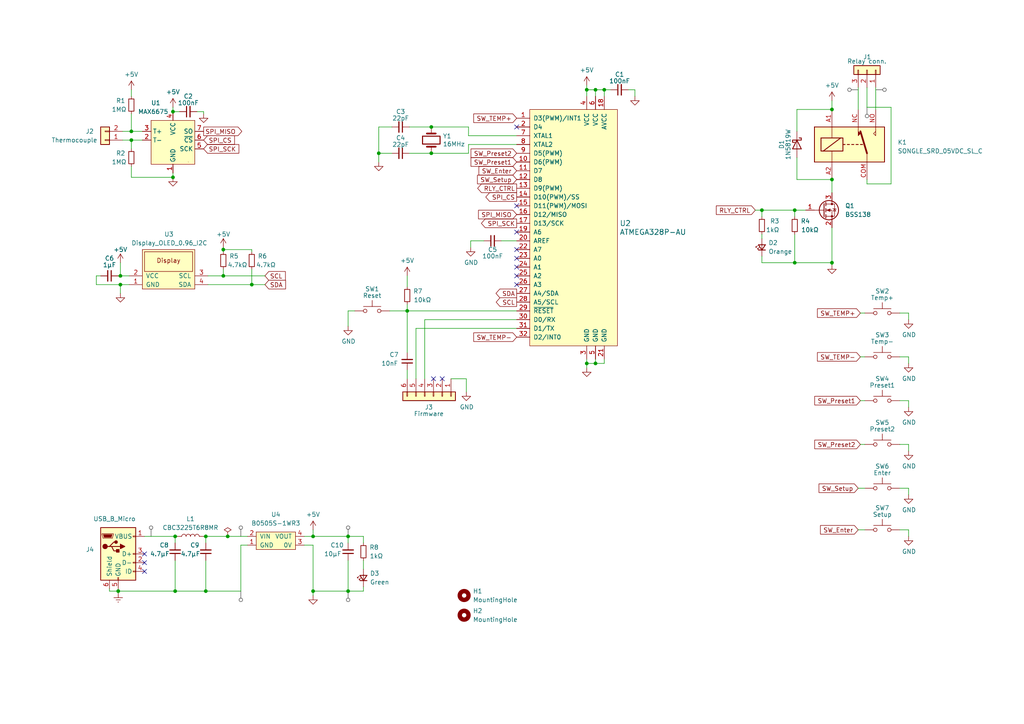
<source format=kicad_sch>
(kicad_sch (version 20230121) (generator eeschema)
  (paper "A4")
  (lib_symbols
    (symbol "Connector:USB_B_Micro" (pin_names (offset 1.016))
      (property "Reference" "J" (at -5.08 11.43 0))
      (property "Value" "USB_B_Micro" (at -5.08 8.89 0))
      (symbol "USB_B_Micro_0_1"
        (rectangle (start -5.08 -7.62) (end 5.08 7.62) (stroke (width 0.254)) (fill (type background)))
        (circle (center -3.81 2.159) (radius 0.635) (stroke (width 0.254)) (fill (type outline)))
        (circle (center -0.635 3.429) (radius 0.381) (stroke (width 0.254)) (fill (type outline)))
        (rectangle (start -0.127 -7.62) (end 0.127 -6.858))
        (polyline (pts (xy -1.905 2.159) (xy 0.635 2.159)) (stroke (width 0.254)))
        (polyline (pts (xy -3.175 2.159) (xy -2.54 2.159) (xy -1.27 3.429) (xy -0.635 3.429)) (stroke (width 0.254)))
        (polyline (pts (xy -2.54 2.159) (xy -1.905 2.159) (xy -1.27 0.889) (xy 0 0.889)) (stroke (width 0.254)))
        (polyline (pts (xy 0.635 2.794) (xy 0.635 1.524) (xy 1.905 2.159) (xy 0.635 2.794)) (stroke (width 0.254)) (fill (type outline)))
        (polyline (pts (xy -4.318 5.588) (xy -1.778 5.588) (xy -2.032 4.826) (xy -4.064 4.826) (xy -4.318 5.588)) (fill (type outline)))
        (polyline (pts (xy -4.699 5.842) (xy -4.699 5.588) (xy -4.445 4.826) (xy -4.445 4.572) (xy -1.651 4.572) (xy -1.651 4.826) (xy -1.397 5.588) (xy -1.397 5.842) (xy -4.699 5.842)))
        (rectangle (start 0.254 1.27) (end -0.508 0.508) (stroke (width 0.254)) (fill (type outline)))
        (rectangle (start 5.08 -5.207) (end 4.318 -4.953))
        (rectangle (start 5.08 -2.667) (end 4.318 -2.413))
        (rectangle (start 5.08 -0.127) (end 4.318 0.127))
        (rectangle (start 5.08 4.953) (end 4.318 5.207))
      )
      (symbol "USB_B_Micro_1_1"
        (pin power_out line (at 7.62 5.08 180) (length 2.54) (name "VBUS") (number "1"))
        (pin bidirectional line (at 7.62 -2.54 180) (length 2.54) (name "D-") (number "2"))
        (pin bidirectional line (at 7.62 0 180) (length 2.54) (name "D+") (number "3"))
        (pin passive line (at 7.62 -5.08 180) (length 2.54) (name "ID") (number "4"))
        (pin power_out line (at 0 -10.16 90) (length 2.54) (name "GND") (number "5"))
        (pin passive line (at -2.54 -10.16 90) (length 2.54) (name "Shield") (number "6"))
      )
    )
    (symbol "Connector_Generic:Conn_01x02" (pin_names (offset 1.016) hide)
      (property "Reference" "J" (at 0 2.54 0))
      (property "Value" "Conn_01x02" (at 0 -5.08 0))
      (symbol "Conn_01x02_1_1"
        (rectangle (start -1.27 -2.413) (end 0 -2.667) (stroke (width 0.1524)))
        (rectangle (start -1.27 0.127) (end 0 -0.127) (stroke (width 0.1524)))
        (rectangle (start -1.27 1.27) (end 1.27 -3.81) (stroke (width 0.254)) (fill (type background)))
        (pin passive line (at -5.08 0 0) (length 3.81) (name "Pin_1") (number "1"))
        (pin passive line (at -5.08 -2.54 0) (length 3.81) (name "Pin_2") (number "2"))
      )
    )
    (symbol "Connector_Generic:Conn_01x03" (pin_names (offset 1.016) hide)
      (property "Reference" "J" (at 0 5.08 0))
      (property "Value" "Conn_01x03" (at 0 -5.08 0))
      (symbol "Conn_01x03_1_1"
        (rectangle (start -1.27 -2.413) (end 0 -2.667) (stroke (width 0.1524)))
        (rectangle (start -1.27 0.127) (end 0 -0.127) (stroke (width 0.1524)))
        (rectangle (start -1.27 2.667) (end 0 2.413) (stroke (width 0.1524)))
        (rectangle (start -1.27 3.81) (end 1.27 -3.81) (stroke (width 0.254)) (fill (type background)))
        (pin passive line (at -5.08 2.54 0) (length 3.81) (name "Pin_1") (number "1"))
        (pin passive line (at -5.08 0 0) (length 3.81) (name "Pin_2") (number "2"))
        (pin passive line (at -5.08 -2.54 0) (length 3.81) (name "Pin_3") (number "3"))
      )
    )
    (symbol "Connector_Generic:Conn_01x06" (pin_names (offset 1.016) hide)
      (property "Reference" "J" (at 0 7.62 0))
      (property "Value" "Conn_01x06" (at 0 -10.16 0))
      (symbol "Conn_01x06_1_1"
        (rectangle (start -1.27 -7.493) (end 0 -7.747) (stroke (width 0.1524)))
        (rectangle (start -1.27 -4.953) (end 0 -5.207) (stroke (width 0.1524)))
        (rectangle (start -1.27 -2.413) (end 0 -2.667) (stroke (width 0.1524)))
        (rectangle (start -1.27 0.127) (end 0 -0.127) (stroke (width 0.1524)))
        (rectangle (start -1.27 2.667) (end 0 2.413) (stroke (width 0.1524)))
        (rectangle (start -1.27 5.207) (end 0 4.953) (stroke (width 0.1524)))
        (rectangle (start -1.27 6.35) (end 1.27 -8.89) (stroke (width 0.254)) (fill (type background)))
        (pin passive line (at -5.08 5.08 0) (length 3.81) (name "Pin_1") (number "1"))
        (pin passive line (at -5.08 2.54 0) (length 3.81) (name "Pin_2") (number "2"))
        (pin passive line (at -5.08 0 0) (length 3.81) (name "Pin_3") (number "3"))
        (pin passive line (at -5.08 -2.54 0) (length 3.81) (name "Pin_4") (number "4"))
        (pin passive line (at -5.08 -5.08 0) (length 3.81) (name "Pin_5") (number "5"))
        (pin passive line (at -5.08 -7.62 0) (length 3.81) (name "Pin_6") (number "6"))
      )
    )
    (symbol "Device:C_Small" (pin_numbers hide) (pin_names (offset 0.254) hide)
      (property "Reference" "C" (at 0.254 1.778 0))
      (property "Value" "C_Small" (at 0.254 -2.032 0))
      (symbol "C_Small_0_1"
        (polyline (pts (xy -1.524 -0.508) (xy 1.524 -0.508)) (stroke (width 0.3302)))
        (polyline (pts (xy -1.524 0.508) (xy 1.524 0.508)) (stroke (width 0.3048)))
      )
      (symbol "C_Small_1_1"
        (pin passive line (at 0 2.54 270) (length 2.032) (name "~") (number "1"))
        (pin passive line (at 0 -2.54 90) (length 2.032) (name "~") (number "2"))
      )
    )
    (symbol "Device:Crystal" (pin_numbers hide) (pin_names (offset 1.016) hide)
      (property "Reference" "Y" (at 0 3.81 0))
      (property "Value" "Crystal" (at 0 -3.81 0))
      (symbol "Crystal_0_1"
        (rectangle (start -1.143 2.54) (end 1.143 -2.54) (stroke (width 0.3048)))
        (polyline (pts (xy -2.54 0) (xy -1.905 0)))
        (polyline (pts (xy -1.905 -1.27) (xy -1.905 1.27)) (stroke (width 0.508)))
        (polyline (pts (xy 1.905 -1.27) (xy 1.905 1.27)) (stroke (width 0.508)))
        (polyline (pts (xy 2.54 0) (xy 1.905 0)))
      )
      (symbol "Crystal_1_1"
        (pin passive line (at -3.81 0 0) (length 1.27) (name "1") (number "1"))
        (pin passive line (at 3.81 0 180) (length 1.27) (name "2") (number "2"))
      )
    )
    (symbol "Device:D_Schottky" (pin_numbers hide) (pin_names (offset 1.016) hide)
      (property "Reference" "D" (at 0 2.54 0))
      (property "Value" "D_Schottky" (at 0 -2.54 0))
      (symbol "D_Schottky_0_1"
        (polyline (pts (xy 1.27 0) (xy -1.27 0)))
        (polyline (pts (xy 1.27 1.27) (xy 1.27 -1.27) (xy -1.27 0) (xy 1.27 1.27)) (stroke (width 0.254)))
        (polyline (pts (xy -1.905 0.635) (xy -1.905 1.27) (xy -1.27 1.27) (xy -1.27 -1.27) (xy -0.635 -1.27) (xy -0.635 -0.635)) (stroke (width 0.254)))
      )
      (symbol "D_Schottky_1_1"
        (pin passive line (at -3.81 0 0) (length 2.54) (name "K") (number "1"))
        (pin passive line (at 3.81 0 180) (length 2.54) (name "A") (number "2"))
      )
    )
    (symbol "Device:L" (pin_numbers hide) (pin_names (offset 1.016) hide)
      (property "Reference" "L" (at -1.27 0 90))
      (property "Value" "L" (at 1.905 0 90))
      (symbol "L_0_1"
        (arc (start 0 -2.54) (mid 0.6323 -1.905) (end 0 -1.27))
        (arc (start 0 -1.27) (mid 0.6323 -0.635) (end 0 0))
        (arc (start 0 0) (mid 0.6323 0.635) (end 0 1.27))
        (arc (start 0 1.27) (mid 0.6323 1.905) (end 0 2.54))
      )
      (symbol "L_1_1"
        (pin passive line (at 0 3.81 270) (length 1.27) (name "1") (number "1"))
        (pin passive line (at 0 -3.81 90) (length 1.27) (name "2") (number "2"))
      )
    )
    (symbol "Device:LED_Small" (pin_numbers hide) (pin_names (offset 0.254) hide)
      (property "Reference" "D" (at -1.27 3.175 0))
      (property "Value" "LED_Small" (at -4.445 -2.54 0))
      (symbol "LED_Small_0_1"
        (polyline (pts (xy -0.762 -1.016) (xy -0.762 1.016)) (stroke (width 0.254)))
        (polyline (pts (xy 1.016 0) (xy -0.762 0)))
        (polyline (pts (xy 0.762 -1.016) (xy -0.762 0) (xy 0.762 1.016) (xy 0.762 -1.016)) (stroke (width 0.254)))
        (polyline (pts (xy 0 0.762) (xy -0.508 1.27) (xy -0.254 1.27) (xy -0.508 1.27) (xy -0.508 1.016)))
        (polyline (pts (xy 0.508 1.27) (xy 0 1.778) (xy 0.254 1.778) (xy 0 1.778) (xy 0 1.524)))
      )
      (symbol "LED_Small_1_1"
        (pin passive line (at -2.54 0 0) (length 1.778) (name "K") (number "1"))
        (pin passive line (at 2.54 0 180) (length 1.778) (name "A") (number "2"))
      )
    )
    (symbol "Device:R_Small" (pin_numbers hide) (pin_names (offset 0.254) hide)
      (property "Reference" "R" (at 0.762 0.508 0))
      (property "Value" "R_Small" (at 0.762 -1.016 0))
      (symbol "R_Small_0_1"
        (rectangle (start -0.762 1.778) (end 0.762 -1.778) (stroke (width 0.2032)))
      )
      (symbol "R_Small_1_1"
        (pin passive line (at 0 2.54 270) (length 0.762) (name "~") (number "1"))
        (pin passive line (at 0 -2.54 90) (length 0.762) (name "~") (number "2"))
      )
    )
    (symbol "Mechanical:MountingHole" (pin_names (offset 1.016))
      (property "Reference" "H" (at 0 5.08 0))
      (property "Value" "MountingHole" (at 0 3.175 0))
      (symbol "MountingHole_0_1"
        (circle (center 0 0) (radius 1.27) (stroke (width 1.27)))
      )
    )
    (symbol "Retronics_Displays:Display_OLED_0.96_I2C" (pin_names (offset 1.016))
      (property "Reference" "U" (at -1.27 -6.35 0))
      (property "Value" "Display_OLED_0.96_I2C" (at 1.27 -3.81 0))
      (symbol "Display_OLED_0.96_I2C_0_0"
        (text "Display" (at -1.27 15.875 0) (effects (font (size 1.27 1.27))))
      )
      (symbol "Display_OLED_0.96_I2C_0_1"
        (rectangle (start -8.89 19.05) (end 6.35 7.62) (fill (type background)))
        (rectangle (start -8.255 18.415) (end 5.715 12.7))
      )
      (symbol "Display_OLED_0.96_I2C_1_1"
        (pin power_in line (at -12.7 8.89 0) (length 3.81) (name "GND") (number "1"))
        (pin power_in line (at -12.7 11.43 0) (length 3.81) (name "VCC") (number "2"))
        (pin input line (at 10.16 11.43 180) (length 3.81) (name "SCL") (number "3"))
        (pin input line (at 10.16 8.89 180) (length 3.81) (name "SDA") (number "4"))
      )
    )
    (symbol "Retronics_IC_Power:B0505S-1WR3" (pin_names (offset 1.016))
      (property "Reference" "U" (at 0 5.08 0))
      (property "Value" "B0505S-1WR3" (at 0 2.54 0))
      (symbol "B0505S-1WR3_0_1"
        (rectangle (start 2.54 -1.27) (end 13.97 -6.35) (fill (type background)))
      )
      (symbol "B0505S-1WR3_1_1"
        (pin power_in line (at 0 -5.08 0) (length 2.54) (name "GND") (number "1"))
        (pin power_in line (at 0 -2.54 0) (length 2.54) (name "VIN") (number "2"))
        (pin power_out line (at 16.51 -5.08 180) (length 2.54) (name "0V") (number "3"))
        (pin power_out line (at 16.51 -2.54 180) (length 2.54) (name "VOUT") (number "4"))
      )
    )
    (symbol "Retronics_IC_Sensors_Interfaces:MAX6675"
      (property "Reference" "U" (at 10.16 4.445 0))
      (property "Value" "MAX6675" (at 12.7 2.54 0))
      (symbol "MAX6675_0_1"
        (rectangle (start 10.16 -12.065) (end 10.16 -12.065))
      )
      (symbol "MAX6675_1_1"
        (rectangle (start -0.635 0) (end 12.065 -12.7) (fill (type background)))
        (pin power_in line (at 5.715 -15.24 90) (length 2.54) (name "GND") (number "1"))
        (pin input line (at -3.175 -5.715 0) (length 2.54) (name "T-") (number "2"))
        (pin input line (at -3.175 -3.175 0) (length 2.54) (name "T+") (number "3"))
        (pin power_in line (at 5.715 2.54 270) (length 2.54) (name "VCC") (number "4"))
        (pin input line (at 14.605 -8.255 180) (length 2.54) (name "SCK") (number "5"))
        (pin input line (at 14.605 -5.715 180) (length 2.54) (name "~{CS}") (number "6"))
        (pin output line (at 14.605 -3.175 180) (length 2.54) (name "SO") (number "7"))
        (pin no_connect line (at 14.605 -10.795 180) (length 2.54) hide (name "N.C.") (number "8"))
      )
    )
    (symbol "Retronics_Microcontrollers:ATMEGA328P-AU" (pin_names (offset 1.016))
      (property "Reference" "U" (at -8.89 38.1 0))
      (property "Value" "ATMEGA328P-AU" (at 13.97 1.27 90))
      (symbol "ATMEGA328P-AU_0_1"
        (rectangle (start 16.51 35.56) (end -8.89 -33.02) (fill (type background)))
      )
      (symbol "ATMEGA328P-AU_1_1"
        (pin bidirectional line (at -12.7 33.02 0) (length 3.81) (name "D3(PWM)/INT1") (number "1"))
        (pin bidirectional line (at -12.7 20.32 0) (length 3.81) (name "D6(PWM)") (number "10"))
        (pin bidirectional line (at -12.7 17.78 0) (length 3.81) (name "D7") (number "11"))
        (pin bidirectional line (at -12.7 15.24 0) (length 3.81) (name "D8") (number "12"))
        (pin bidirectional line (at -12.7 12.7 0) (length 3.81) (name "D9(PWM)") (number "13"))
        (pin bidirectional line (at -12.7 10.16 0) (length 3.81) (name "D10(PWM)/SS") (number "14"))
        (pin bidirectional line (at -12.7 7.62 0) (length 3.81) (name "D11(PWM)/MOSI") (number "15"))
        (pin bidirectional line (at -12.7 5.08 0) (length 3.81) (name "D12/MISO") (number "16"))
        (pin bidirectional line (at -12.7 2.54 0) (length 3.81) (name "D13/SCK") (number "17"))
        (pin power_in line (at 12.7 39.37 270) (length 3.81) (name "AVCC") (number "18"))
        (pin input line (at -12.7 0 0) (length 3.81) (name "A6") (number "19"))
        (pin bidirectional line (at -12.7 30.48 0) (length 3.81) (name "D4") (number "2"))
        (pin input line (at -12.7 -2.54 0) (length 3.81) (name "AREF") (number "20"))
        (pin power_in line (at 12.7 -36.83 90) (length 3.81) (name "GND") (number "21"))
        (pin input line (at -12.7 -5.08 0) (length 3.81) (name "A7") (number "22"))
        (pin bidirectional line (at -12.7 -7.62 0) (length 3.81) (name "A0") (number "23"))
        (pin bidirectional line (at -12.7 -10.16 0) (length 3.81) (name "A1") (number "24"))
        (pin bidirectional line (at -12.7 -12.7 0) (length 3.81) (name "A2") (number "25"))
        (pin bidirectional line (at -12.7 -15.24 0) (length 3.81) (name "A3") (number "26"))
        (pin bidirectional line (at -12.7 -17.78 0) (length 3.81) (name "A4/SDA") (number "27"))
        (pin bidirectional line (at -12.7 -20.32 0) (length 3.81) (name "A5/SCL") (number "28"))
        (pin bidirectional line (at -12.7 -22.86 0) (length 3.81) (name "~{RESET}") (number "29"))
        (pin power_in line (at 7.62 -36.83 90) (length 3.81) (name "GND") (number "3"))
        (pin bidirectional line (at -12.7 -25.4 0) (length 3.81) (name "D0/RX") (number "30"))
        (pin bidirectional line (at -12.7 -27.94 0) (length 3.81) (name "D1/TX") (number "31"))
        (pin bidirectional line (at -12.7 -30.48 0) (length 3.81) (name "D2/INT0") (number "32"))
        (pin power_in line (at 7.62 39.37 270) (length 3.81) (name "VCC") (number "4"))
        (pin power_in line (at 10.16 -36.83 90) (length 3.81) (name "GND") (number "5"))
        (pin power_in line (at 10.16 39.37 270) (length 3.81) (name "VCC") (number "6"))
        (pin bidirectional line (at -12.7 27.94 0) (length 3.81) (name "XTAL1") (number "7"))
        (pin bidirectional line (at -12.7 25.4 0) (length 3.81) (name "XTAL2") (number "8"))
        (pin bidirectional line (at -12.7 22.86 0) (length 3.81) (name "D5(PWM)") (number "9"))
      )
    )
    (symbol "Retronics_Relays:SONGLE_SRD_05VDC_SL_C"
      (property "Reference" "K" (at 11.43 3.81 0))
      (property "Value" "SONGLE_SRD_05VDC_SL_C" (at 11.43 1.27 0))
      (symbol "SONGLE_SRD_05VDC_SL_C_0_0"
        (polyline (pts (xy 7.62 5.08) (xy 7.62 2.54) (xy 6.985 3.175) (xy 7.62 3.81)))
      )
      (symbol "SONGLE_SRD_05VDC_SL_C_0_1"
        (rectangle (start -10.16 5.08) (end 10.16 -5.08) (stroke (width 0.254)) (fill (type background)))
        (rectangle (start -8.255 1.905) (end -1.905 -1.905) (stroke (width 0.254)))
        (polyline (pts (xy -7.62 -1.905) (xy -2.54 1.905)) (stroke (width 0.254)))
        (polyline (pts (xy -5.08 -5.08) (xy -5.08 -1.905)))
        (polyline (pts (xy -5.08 5.08) (xy -5.08 1.905)))
        (polyline (pts (xy -1.905 0) (xy -1.27 0)) (stroke (width 0.254)))
        (polyline (pts (xy -0.635 0) (xy 0 0)) (stroke (width 0.254)))
        (polyline (pts (xy 0.635 0) (xy 1.27 0)) (stroke (width 0.254)))
        (polyline (pts (xy 1.905 0) (xy 2.54 0)) (stroke (width 0.254)))
        (polyline (pts (xy 3.175 0) (xy 3.81 0)) (stroke (width 0.254)))
        (polyline (pts (xy 5.08 -2.54) (xy 3.175 3.81)) (stroke (width 0.508)))
        (polyline (pts (xy 5.08 -2.54) (xy 5.08 -5.08)))
      )
      (symbol "SONGLE_SRD_05VDC_SL_C_1_1"
        (polyline (pts (xy 2.54 3.81) (xy 3.175 3.175) (xy 2.54 2.54) (xy 2.54 5.08)) (fill (type outline)))
        (pin passive line (at -5.08 10.16 270) (length 5.08) (name "~") (number "A1"))
        (pin passive line (at -5.08 -10.16 90) (length 5.08) (name "~") (number "A2"))
        (pin passive line (at 5.08 -10.16 90) (length 5.08) (name "~") (number "COM"))
        (pin passive line (at 2.54 10.16 270) (length 5.08) (name "~") (number "NC"))
        (pin passive line (at 7.62 10.16 270) (length 5.08) (name "~") (number "NO"))
      )
    )
    (symbol "Switch:SW_Push" (pin_numbers hide) (pin_names (offset 1.016) hide)
      (property "Reference" "SW" (at 1.27 2.54 0))
      (property "Value" "SW_Push" (at 0 -1.524 0))
      (symbol "SW_Push_0_1"
        (circle (center -2.032 0) (radius 0.508))
        (polyline (pts (xy 0 1.27) (xy 0 3.048)))
        (polyline (pts (xy 2.54 1.27) (xy -2.54 1.27)))
        (circle (center 2.032 0) (radius 0.508))
        (pin passive line (at -5.08 0 0) (length 2.54) (name "1") (number "1"))
        (pin passive line (at 5.08 0 180) (length 2.54) (name "2") (number "2"))
      )
    )
    (symbol "Transistor_FET:BSS138" (pin_names hide)
      (property "Reference" "Q" (at 5.08 1.905 0))
      (property "Value" "BSS138" (at 5.08 0 0))
      (symbol "BSS138_0_1"
        (polyline (pts (xy 0.254 0) (xy -2.54 0)))
        (polyline (pts (xy 0.254 1.905) (xy 0.254 -1.905)) (stroke (width 0.254)))
        (polyline (pts (xy 0.762 -1.27) (xy 0.762 -2.286)) (stroke (width 0.254)))
        (polyline (pts (xy 0.762 0.508) (xy 0.762 -0.508)) (stroke (width 0.254)))
        (polyline (pts (xy 0.762 2.286) (xy 0.762 1.27)) (stroke (width 0.254)))
        (polyline (pts (xy 2.54 2.54) (xy 2.54 1.778)))
        (polyline (pts (xy 2.54 -2.54) (xy 2.54 0) (xy 0.762 0)))
        (polyline (pts (xy 0.762 -1.778) (xy 3.302 -1.778) (xy 3.302 1.778) (xy 0.762 1.778)))
        (polyline (pts (xy 1.016 0) (xy 2.032 0.381) (xy 2.032 -0.381) (xy 1.016 0)) (fill (type outline)))
        (polyline (pts (xy 2.794 0.508) (xy 2.921 0.381) (xy 3.683 0.381) (xy 3.81 0.254)))
        (polyline (pts (xy 3.302 0.381) (xy 2.921 -0.254) (xy 3.683 -0.254) (xy 3.302 0.381)))
        (circle (center 1.651 0) (radius 2.794) (stroke (width 0.254)))
        (circle (center 2.54 -1.778) (radius 0.254) (fill (type outline)))
        (circle (center 2.54 1.778) (radius 0.254) (fill (type outline)))
      )
      (symbol "BSS138_1_1"
        (pin input line (at -5.08 0 0) (length 2.54) (name "G") (number "1"))
        (pin passive line (at 2.54 -5.08 90) (length 2.54) (name "S") (number "2"))
        (pin passive line (at 2.54 5.08 270) (length 2.54) (name "D") (number "3"))
      )
    )
    (symbol "power:+5V" (power) (pin_names (offset 0))
      (property "Value" "+5V" (at 0 3.556 0))
      (symbol "+5V_0_1"
        (polyline (pts (xy -0.762 1.27) (xy 0 2.54)))
        (polyline (pts (xy 0 0) (xy 0 2.54)))
        (polyline (pts (xy 0 2.54) (xy 0.762 1.27)))
      )
      (symbol "+5V_1_1"
        (pin power_in line (at 0 0 90) (length 0) hide (name "+5V") (number "1"))
      )
    )
    (symbol "power:Earth" (power) (pin_names (offset 0))
      (symbol "Earth_0_1"
        (polyline (pts (xy -0.635 -1.905) (xy 0.635 -1.905)))
        (polyline (pts (xy -0.127 -2.54) (xy 0.127 -2.54)))
        (polyline (pts (xy 0 -1.27) (xy 0 0)))
        (polyline (pts (xy 1.27 -1.27) (xy -1.27 -1.27)))
      )
      (symbol "Earth_1_1"
        (pin power_in line (at 0 0 270) (length 0) hide (name "Earth") (number "1"))
      )
    )
    (symbol "power:GND" (power) (pin_names (offset 0))
      (property "Value" "GND" (at 0 -3.81 0))
      (symbol "GND_0_1"
        (polyline (pts (xy 0 0) (xy 0 -1.27) (xy 1.27 -1.27) (xy 0 -2.54) (xy -1.27 -1.27) (xy 0 -1.27)))
      )
      (symbol "GND_1_1"
        (pin power_in line (at 0 0 270) (length 0) hide (name "GND") (number "1"))
      )
    )
    (symbol "power:PWR_FLAG" (power) (pin_numbers hide) (pin_names (offset 0) hide)
      (property "Value" "PWR_FLAG" (at 0 3.81 0))
      (symbol "PWR_FLAG_0_0"
        (pin power_out line (at 0 0 90) (length 0) (name "pwr") (number "1"))
      )
      (symbol "PWR_FLAG_0_1"
        (polyline (pts (xy 0 0) (xy 0 1.27) (xy -1.016 1.905) (xy 0 2.54) (xy 1.016 1.905) (xy 0 1.27)))
      )
    )
  )
  (junction (at 38.1 38.1))
  (junction (at 50.8 155.575))
  (junction (at 64.77 80.01))
  (junction (at 59.69 155.575))
  (junction (at 66.04 155.575))
  (junction (at 50.165 32.385))
  (junction (at 34.925 80.01))
  (junction (at 90.805 171.45))
  (junction (at 241.3 52.07))
  (junction (at 34.29 171.45))
  (junction (at 125.095 36.83))
  (junction (at 125.095 44.45))
  (junction (at 100.965 155.575))
  (junction (at 170.18 26.035))
  (junction (at 118.11 90.17))
  (junction (at 230.505 76.2))
  (junction (at 59.69 171.45))
  (junction (at 73.025 82.55))
  (junction (at 64.77 72.39))
  (junction (at 90.805 155.575))
  (junction (at 175.26 26.035))
  (junction (at 109.855 44.45))
  (junction (at 100.965 171.45))
  (junction (at 172.72 105.41))
  (junction (at 50.165 51.435))
  (junction (at 50.8 171.45))
  (junction (at 220.98 60.96))
  (junction (at 241.3 31.75))
  (junction (at 230.505 60.96))
  (junction (at 38.1 40.64))
  (junction (at 34.925 82.55))
  (junction (at 241.3 76.2))
  (junction (at 172.72 26.035))
  (junction (at 170.18 105.41))
  (no_connect (at 149.86 77.47))
  (no_connect (at 128.27 109.855))
  (no_connect (at 149.86 36.83))
  (no_connect (at 149.86 59.69))
  (no_connect (at 149.86 80.01))
  (no_connect (at 41.91 160.655))
  (no_connect (at 149.86 72.39))
  (no_connect (at 149.86 74.93))
  (no_connect (at 41.91 165.735))
  (no_connect (at 149.86 67.31))
  (no_connect (at 41.91 163.195))
  (no_connect (at 149.86 82.55))
  (no_connect (at 125.73 109.855))
  (wire (pts (xy 38.1 51.435) (xy 50.165 51.435)))
  (wire (pts (xy 263.525 103.505) (xy 260.985 103.505)))
  (wire (pts (xy 248.92 153.67) (xy 250.825 153.67)))
  (wire (pts (xy 109.855 36.83) (xy 113.665 36.83)))
  (wire (pts (xy 90.805 171.45) (xy 100.965 171.45)))
  (wire (pts (xy 90.805 155.575) (xy 100.965 155.575)))
  (wire (pts (xy 120.65 109.855) (xy 120.65 95.25)))
  (wire (pts (xy 170.18 105.41) (xy 170.18 106.68)))
  (wire (pts (xy 60.325 82.55) (xy 73.025 82.55)))
  (wire (pts (xy 113.665 44.45) (xy 109.855 44.45)))
  (wire (pts (xy 100.965 171.45) (xy 105.41 171.45)))
  (wire (pts (xy 249.555 90.805) (xy 250.825 90.805)))
  (wire (pts (xy 251.46 53.34) (xy 251.46 52.07)))
  (wire (pts (xy 149.86 90.17) (xy 118.11 90.17)))
  (wire (pts (xy 219.075 60.96) (xy 220.98 60.96)))
  (wire (pts (xy 73.025 82.55) (xy 73.025 78.105)))
  (wire (pts (xy 118.11 88.265) (xy 118.11 90.17)))
  (wire (pts (xy 41.91 155.575) (xy 50.8 155.575)))
  (wire (pts (xy 231.14 45.72) (xy 231.14 52.07)))
  (wire (pts (xy 88.265 158.115) (xy 90.805 158.115)))
  (wire (pts (xy 231.14 31.75) (xy 241.3 31.75)))
  (wire (pts (xy 109.855 44.45) (xy 109.855 46.99)))
  (wire (pts (xy 251.46 25.4) (xy 251.46 31.115)))
  (wire (pts (xy 100.965 171.45) (xy 100.965 162.56)))
  (wire (pts (xy 64.77 78.105) (xy 64.77 80.01)))
  (wire (pts (xy 248.92 141.605) (xy 250.825 141.605)))
  (wire (pts (xy 64.77 72.39) (xy 64.77 73.025)))
  (wire (pts (xy 241.3 76.835) (xy 241.3 76.2)))
  (wire (pts (xy 123.19 92.71) (xy 149.86 92.71)))
  (wire (pts (xy 90.805 171.45) (xy 90.805 172.72)))
  (wire (pts (xy 220.98 60.96) (xy 230.505 60.96)))
  (wire (pts (xy 120.65 95.25) (xy 149.86 95.25)))
  (wire (pts (xy 73.025 72.39) (xy 64.77 72.39)))
  (wire (pts (xy 59.055 32.385) (xy 59.055 33.02)))
  (wire (pts (xy 263.525 130.81) (xy 263.525 128.905)))
  (wire (pts (xy 34.925 80.01) (xy 37.465 80.01)))
  (wire (pts (xy 34.29 170.815) (xy 34.29 171.45)))
  (wire (pts (xy 50.165 50.165) (xy 50.165 51.435)))
  (wire (pts (xy 251.46 31.115) (xy 258.445 31.115)))
  (wire (pts (xy 105.41 157.48) (xy 105.41 155.575)))
  (wire (pts (xy 230.505 62.865) (xy 230.505 60.96)))
  (wire (pts (xy 64.77 80.01) (xy 60.325 80.01)))
  (wire (pts (xy 88.265 155.575) (xy 90.805 155.575)))
  (wire (pts (xy 29.21 80.01) (xy 27.94 80.01)))
  (wire (pts (xy 254 25.4) (xy 254 31.75)))
  (wire (pts (xy 38.1 26.035) (xy 38.1 27.94)))
  (wire (pts (xy 184.15 27.94) (xy 184.15 26.035)))
  (wire (pts (xy 175.26 26.035) (xy 175.26 27.94)))
  (wire (pts (xy 38.1 33.02) (xy 38.1 38.1)))
  (wire (pts (xy 100.965 90.17) (xy 102.87 90.17)))
  (wire (pts (xy 220.98 74.295) (xy 220.98 76.2)))
  (wire (pts (xy 50.8 171.45) (xy 59.69 171.45)))
  (wire (pts (xy 241.3 29.21) (xy 241.3 31.75)))
  (wire (pts (xy 249.555 128.905) (xy 250.825 128.905)))
  (wire (pts (xy 263.525 118.11) (xy 263.525 116.205)))
  (wire (pts (xy 258.445 31.115) (xy 258.445 53.34)))
  (wire (pts (xy 100.965 155.575) (xy 100.965 157.48)))
  (wire (pts (xy 50.165 32.385) (xy 52.07 32.385)))
  (wire (pts (xy 172.72 26.035) (xy 175.26 26.035)))
  (wire (pts (xy 35.56 38.1) (xy 38.1 38.1)))
  (wire (pts (xy 50.8 162.56) (xy 50.8 171.45)))
  (wire (pts (xy 59.055 155.575) (xy 59.69 155.575)))
  (wire (pts (xy 118.745 36.83) (xy 125.095 36.83)))
  (wire (pts (xy 125.095 36.83) (xy 135.89 36.83)))
  (wire (pts (xy 263.525 90.805) (xy 260.985 90.805)))
  (wire (pts (xy 135.89 41.91) (xy 149.86 41.91)))
  (wire (pts (xy 69.85 171.45) (xy 69.85 158.115)))
  (wire (pts (xy 31.75 171.45) (xy 34.29 171.45)))
  (wire (pts (xy 135.89 39.37) (xy 149.86 39.37)))
  (wire (pts (xy 230.505 67.945) (xy 230.505 76.2)))
  (wire (pts (xy 135.89 41.91) (xy 135.89 44.45)))
  (wire (pts (xy 135.89 44.45) (xy 125.095 44.45)))
  (wire (pts (xy 34.925 85.09) (xy 34.925 82.55)))
  (wire (pts (xy 59.69 162.56) (xy 59.69 171.45)))
  (wire (pts (xy 38.1 38.1) (xy 41.275 38.1)))
  (wire (pts (xy 27.94 80.01) (xy 27.94 82.55)))
  (wire (pts (xy 263.525 116.205) (xy 260.985 116.205)))
  (wire (pts (xy 145.415 69.85) (xy 149.86 69.85)))
  (wire (pts (xy 258.445 53.34) (xy 251.46 53.34)))
  (wire (pts (xy 263.525 105.41) (xy 263.525 103.505)))
  (wire (pts (xy 135.89 36.83) (xy 135.89 39.37)))
  (wire (pts (xy 170.18 105.41) (xy 172.72 105.41)))
  (wire (pts (xy 90.805 155.575) (xy 90.805 153.67)))
  (wire (pts (xy 130.81 109.855) (xy 135.255 109.855)))
  (wire (pts (xy 184.15 26.035) (xy 182.245 26.035)))
  (wire (pts (xy 34.925 82.55) (xy 37.465 82.55)))
  (wire (pts (xy 175.26 26.035) (xy 177.165 26.035)))
  (wire (pts (xy 230.505 60.96) (xy 233.68 60.96)))
  (wire (pts (xy 69.85 158.115) (xy 71.755 158.115)))
  (wire (pts (xy 170.18 24.765) (xy 170.18 26.035)))
  (wire (pts (xy 59.69 155.575) (xy 59.69 157.48)))
  (wire (pts (xy 66.04 155.575) (xy 71.755 155.575)))
  (wire (pts (xy 57.15 32.385) (xy 59.055 32.385)))
  (wire (pts (xy 230.505 76.2) (xy 241.3 76.2)))
  (wire (pts (xy 34.29 171.45) (xy 34.29 172.085)))
  (wire (pts (xy 170.18 26.035) (xy 170.18 27.94)))
  (wire (pts (xy 125.095 44.45) (xy 118.745 44.45)))
  (wire (pts (xy 118.11 80.01) (xy 118.11 83.185)))
  (wire (pts (xy 118.11 102.235) (xy 118.11 90.17)))
  (wire (pts (xy 263.525 155.575) (xy 263.525 153.67)))
  (wire (pts (xy 50.8 155.575) (xy 51.435 155.575)))
  (wire (pts (xy 64.77 71.755) (xy 64.77 72.39)))
  (wire (pts (xy 64.77 80.01) (xy 76.835 80.01)))
  (wire (pts (xy 34.29 171.45) (xy 50.8 171.45)))
  (wire (pts (xy 249.555 103.505) (xy 250.825 103.505)))
  (wire (pts (xy 38.1 40.64) (xy 41.275 40.64)))
  (wire (pts (xy 123.19 109.855) (xy 123.19 92.71)))
  (wire (pts (xy 34.29 80.01) (xy 34.925 80.01)))
  (wire (pts (xy 50.8 155.575) (xy 50.8 157.48)))
  (wire (pts (xy 59.69 155.575) (xy 66.04 155.575)))
  (wire (pts (xy 31.75 170.815) (xy 31.75 171.45)))
  (wire (pts (xy 248.92 25.4) (xy 248.92 31.75)))
  (wire (pts (xy 59.69 171.45) (xy 69.85 171.45)))
  (wire (pts (xy 34.925 76.2) (xy 34.925 80.01)))
  (wire (pts (xy 231.14 52.07) (xy 241.3 52.07)))
  (wire (pts (xy 263.525 92.71) (xy 263.525 90.805)))
  (wire (pts (xy 73.025 73.025) (xy 73.025 72.39)))
  (wire (pts (xy 170.18 26.035) (xy 172.72 26.035)))
  (wire (pts (xy 135.255 109.855) (xy 135.255 113.665)))
  (wire (pts (xy 172.72 105.41) (xy 175.26 105.41)))
  (wire (pts (xy 105.41 171.45) (xy 105.41 170.18)))
  (wire (pts (xy 263.525 141.605) (xy 260.985 141.605)))
  (wire (pts (xy 175.26 105.41) (xy 175.26 104.14)))
  (wire (pts (xy 263.525 128.905) (xy 260.985 128.905)))
  (wire (pts (xy 73.025 82.55) (xy 76.835 82.55)))
  (wire (pts (xy 38.1 40.64) (xy 38.1 43.18)))
  (wire (pts (xy 172.72 26.035) (xy 172.72 27.94)))
  (wire (pts (xy 105.41 155.575) (xy 100.965 155.575)))
  (wire (pts (xy 220.98 67.945) (xy 220.98 69.215)))
  (wire (pts (xy 241.3 52.07) (xy 241.3 55.88)))
  (wire (pts (xy 105.41 165.1) (xy 105.41 162.56)))
  (wire (pts (xy 170.18 104.14) (xy 170.18 105.41)))
  (wire (pts (xy 118.11 109.855) (xy 118.11 107.315)))
  (wire (pts (xy 38.1 48.26) (xy 38.1 51.435)))
  (wire (pts (xy 50.165 31.115) (xy 50.165 32.385)))
  (wire (pts (xy 249.555 116.205) (xy 250.825 116.205)))
  (wire (pts (xy 109.855 44.45) (xy 109.855 36.83)))
  (wire (pts (xy 263.525 153.67) (xy 260.985 153.67)))
  (wire (pts (xy 241.3 66.04) (xy 241.3 76.2)))
  (wire (pts (xy 231.14 38.1) (xy 231.14 31.75)))
  (wire (pts (xy 113.03 90.17) (xy 118.11 90.17)))
  (wire (pts (xy 220.98 60.96) (xy 220.98 62.865)))
  (wire (pts (xy 90.805 158.115) (xy 90.805 171.45)))
  (wire (pts (xy 136.525 69.85) (xy 136.525 71.755)))
  (wire (pts (xy 263.525 143.51) (xy 263.525 141.605)))
  (wire (pts (xy 27.94 82.55) (xy 34.925 82.55)))
  (wire (pts (xy 220.98 76.2) (xy 230.505 76.2)))
  (wire (pts (xy 172.72 105.41) (xy 172.72 104.14)))
  (wire (pts (xy 100.965 94.615) (xy 100.965 90.17)))
  (wire (pts (xy 140.335 69.85) (xy 136.525 69.85)))
  (wire (pts (xy 35.56 40.64) (xy 38.1 40.64)))
  (global_label "SW_TEMP-" (shape input) (at 249.555 103.505 180) (property "Intersheetrefs" "${INTERSHEET_REFS}" (effects hide)))
  (global_label "SPI_SCK" (shape input) (at 59.055 43.18 0) (property "Intersheetrefs" "${INTERSHEET_REFS}" (effects hide)))
  (global_label "SW_Enter" (shape input) (at 149.86 49.53 180) (property "Intersheetrefs" "${INTERSHEET_REFS}" (effects hide)))
  (global_label "SW_Preset2" (shape input) (at 149.86 44.45 180) (property "Intersheetrefs" "${INTERSHEET_REFS}" (effects hide)))
  (global_label "SPI_SCK" (shape output) (at 149.86 64.77 180) (property "Intersheetrefs" "${INTERSHEET_REFS}" (effects hide)))
  (global_label "SDA" (shape input) (at 76.835 82.55 0) (property "Intersheetrefs" "${INTERSHEET_REFS}" (effects hide)))
  (global_label "SW_TEMP+" (shape input) (at 249.555 90.805 180) (property "Intersheetrefs" "${INTERSHEET_REFS}" (effects hide)))
  (global_label "SPI_MISO" (shape output) (at 59.055 38.1 0) (property "Intersheetrefs" "${INTERSHEET_REFS}" (effects hide)))
  (global_label "SW_Preset1" (shape input) (at 149.86 46.99 180) (property "Intersheetrefs" "${INTERSHEET_REFS}" (effects hide)))
  (global_label "RLY_CTRL" (shape output) (at 149.86 54.61 180) (property "Intersheetrefs" "${INTERSHEET_REFS}" (effects hide)))
  (global_label "RLY_CTRL" (shape input) (at 219.075 60.96 180) (property "Intersheetrefs" "${INTERSHEET_REFS}" (effects hide)))
  (global_label "SCL" (shape input) (at 76.835 80.01 0) (property "Intersheetrefs" "${INTERSHEET_REFS}" (effects hide)))
  (global_label "SW_Enter" (shape input) (at 248.92 153.67 180) (property "Intersheetrefs" "${INTERSHEET_REFS}" (effects hide)))
  (global_label "SCL" (shape output) (at 149.86 87.63 180) (property "Intersheetrefs" "${INTERSHEET_REFS}" (effects hide)))
  (global_label "SW_Setup" (shape input) (at 248.92 141.605 180) (property "Intersheetrefs" "${INTERSHEET_REFS}" (effects hide)))
  (global_label "SPI_CS" (shape output) (at 149.86 57.15 180) (property "Intersheetrefs" "${INTERSHEET_REFS}" (effects hide)))
  (global_label "SW_TEMP+" (shape input) (at 149.86 34.29 180) (property "Intersheetrefs" "${INTERSHEET_REFS}" (effects hide)))
  (global_label "SPI_MISO" (shape input) (at 149.86 62.23 180) (property "Intersheetrefs" "${INTERSHEET_REFS}" (effects hide)))
  (global_label "SW_TEMP-" (shape input) (at 149.86 97.79 180) (property "Intersheetrefs" "${INTERSHEET_REFS}" (effects hide)))
  (global_label "SDA" (shape output) (at 149.86 85.09 180) (property "Intersheetrefs" "${INTERSHEET_REFS}" (effects hide)))
  (global_label "SW_Preset1" (shape input) (at 249.555 116.205 180) (property "Intersheetrefs" "${INTERSHEET_REFS}" (effects hide)))
  (global_label "SPI_CS" (shape input) (at 59.055 40.64 0) (property "Intersheetrefs" "${INTERSHEET_REFS}" (effects hide)))
  (global_label "SW_Setup" (shape input) (at 149.86 52.07 180) (property "Intersheetrefs" "${INTERSHEET_REFS}" (effects hide)))
  (global_label "SW_Preset2" (shape input) (at 249.555 128.905 180) (property "Intersheetrefs" "${INTERSHEET_REFS}" (effects hide)))
  (netclass_flag "" (length 2.54) (shape round) (at 248.92 26.035 90) (property "Netclass" "HighPower" (effects hide)))
  (netclass_flag "" (length 2.54) (shape round) (at 69.85 155.575 0) (property "Netclass" "LowPower" (effects hide)))
  (netclass_flag "" (length 2.54) (shape round) (at 100.965 155.575 0) (property "Netclass" "LowPower" (effects hide)))
  (netclass_flag "" (length 2.54) (shape round) (at 254 26.035 270) (property "Netclass" "HighPower" (effects hide)))
  (netclass_flag "" (length 2.54) (shape round) (at 43.815 155.575 0) (property "Netclass" "LowPower" (effects hide)))
  (netclass_flag "" (length 2.54) (shape round) (at 100.965 171.45 180) (property "Netclass" "LowPower" (effects hide)))
  (netclass_flag "" (length 2.54) (shape round) (at 69.85 171.45 180) (property "Netclass" "LowPower" (effects hide)))
  (netclass_flag "" (length 2.54) (shape round) (at 251.46 31.115 180) (property "Netclass" "HighPower" (effects hide)))
  (symbol (lib_id "Switch:SW_Push") (at 255.905 103.505 0) (unit 1)
    (property "Reference" "SW3" (at 255.905 97.155 0))
    (property "Value" "Temp-" (at 255.905 99.06 0))
    (property "Footprint" "Retronics_Switches:AlpsAlpine_SKQYPCE010" (effects hide))
  )
  (symbol (lib_id "Device:LED_Small") (at 220.98 71.755 90) (unit 1)
    (property "Reference" "D2" (at 222.885 70.4215 90) (effects (justify right)))
    (property "Value" "Orange" (at 222.885 72.9615 90) (effects (justify right)))
    (property "Footprint" "LED_SMD:LED_0603_1608Metric_Pad1.05x0.95mm_HandSolder" (effects hide))
  )
  (symbol (lib_id "Device:C_Small") (at 50.8 160.02 180) (unit 1)
    (property "Reference" "C8" (at 47.625 158.115 0))
    (property "Value" "4.7µF" (at 46.355 160.655 0))
    (property "Footprint" "Capacitor_SMD:C_0603_1608Metric_Pad1.08x0.95mm_HandSolder" (effects hide))
  )
  (symbol (lib_id "power:GND") (at 59.055 33.02 0) (unit 1)
    (property "Reference" "#PWR06" (effects hide))
    (property "Value" "GND" (effects hide))
  )
  (symbol (lib_id "power:+5V") (at 50.165 31.115 0) (unit 1)
    (property "Reference" "#PWR05" (effects hide))
    (property "Value" "+5V" (at 50.165 26.67 0))
  )
  (symbol (lib_id "Device:LED_Small") (at 105.41 167.64 90) (unit 1)
    (property "Reference" "D3" (at 107.315 166.3065 90) (effects (justify right)))
    (property "Value" "Green" (at 107.315 168.8465 90) (effects (justify right)))
    (property "Footprint" "LED_SMD:LED_0603_1608Metric_Pad1.05x0.95mm_HandSolder" (effects hide))
  )
  (symbol (lib_id "Device:C_Small") (at 179.705 26.035 90) (unit 1)
    (property "Reference" "C1" (at 179.705 21.59 90))
    (property "Value" "100nF" (at 179.705 23.495 90))
    (property "Footprint" "Capacitor_SMD:C_0603_1608Metric_Pad1.08x0.95mm_HandSolder" (effects hide))
  )
  (symbol (lib_id "power:+5V") (at 241.3 29.21 0) (unit 1)
    (property "Reference" "#PWR04" (effects hide))
    (property "Value" "+5V" (at 241.3 24.765 0))
  )
  (symbol (lib_id "Device:R_Small") (at 118.11 85.725 0) (unit 1)
    (property "Reference" "R7" (at 122.555 84.455 0) (effects (justify right)))
    (property "Value" "10kΩ" (at 125.095 86.995 0) (effects (justify right)))
    (property "Footprint" "Resistor_SMD:R_0603_1608Metric_Pad0.98x0.95mm_HandSolder" (effects hide))
  )
  (symbol (lib_id "Switch:SW_Push") (at 107.95 90.17 0) (unit 1)
    (property "Reference" "SW1" (at 107.95 83.82 0))
    (property "Value" "Reset" (at 107.95 85.725 0))
    (property "Footprint" "Retronics_Switches:AlpsAlpine_SKQYPCE010" (effects hide))
  )
  (symbol (lib_id "Retronics_Displays:Display_OLED_0.96_I2C") (at 50.165 91.44 0) (unit 1)
    (property "Reference" "U3" (at 47.625 67.945 0) (effects (justify left)))
    (property "Value" "Display_OLED_0.96_I2C" (at 38.1 70.485 0) (effects (justify left)))
    (property "Footprint" "Retronics_Displays:Display_OLED_0.96in_I2C" (effects hide))
  )
  (symbol (lib_id "Switch:SW_Push") (at 255.905 116.205 0) (unit 1)
    (property "Reference" "SW4" (at 255.905 109.855 0))
    (property "Value" "Preset1" (at 255.905 111.76 0))
    (property "Footprint" "Retronics_Switches:AlpsAlpine_SKQYPCE010" (effects hide))
  )
  (symbol (lib_id "Mechanical:MountingHole") (at 134.62 178.435 0) (unit 1)
    (property "Reference" "H2" (at 137.16 177.165 0) (effects (justify left)))
    (property "Value" "MountingHole" (at 137.16 179.705 0) (effects (justify left)))
    (property "Footprint" "MountingHole:MountingHole_3.2mm_M3" (effects hide))
  )
  (symbol (lib_id "Retronics_IC_Power:B0505S-1WR3") (at 71.755 153.035 0) (unit 1)
    (property "Reference" "U4" (at 80.01 149.225 0))
    (property "Value" "B0505S-1WR3" (at 80.01 151.765 0))
    (property "Footprint" "Retronics_IC_Power:B0505S" (effects hide))
  )
  (symbol (lib_id "Connector:USB_B_Micro") (at 34.29 160.655 0) (unit 1)
    (property "Reference" "J4" (at 27.305 159.3849 0) (effects (justify right)))
    (property "Value" "USB_B_Micro" (at 39.37 150.495 0) (effects (justify right)))
    (property "Footprint" "digikey-footprints:USB_Micro_B_Female_10118194-0001LF" (effects hide))
  )
  (symbol (lib_id "Transistor_FET:BSS138") (at 238.76 60.96 0) (unit 1)
    (property "Reference" "Q1" (at 245.11 59.69 0) (effects (justify left)))
    (property "Value" "BSS138" (at 245.11 62.23 0) (effects (justify left)))
    (property "Footprint" "Package_TO_SOT_SMD:SOT-23" (effects hide))
    (property "Datasheet" "https://www.onsemi.com/pub/Collateral/BSS138-D.PDF" (effects hide))
  )
  (symbol (lib_id "Device:R_Small") (at 64.77 75.565 0) (unit 1)
    (property "Reference" "R5" (at 69.215 74.295 0) (effects (justify right)))
    (property "Value" "4.7kΩ" (at 71.755 76.835 0) (effects (justify right)))
    (property "Footprint" "Resistor_SMD:R_0603_1608Metric_Pad0.98x0.95mm_HandSolder" (effects hide))
  )
  (symbol (lib_id "Retronics_Microcontrollers:ATMEGA328P-AU") (at 162.56 67.31 0) (unit 1)
    (property "Reference" "U2" (at 179.705 64.77 0) (effects (font (size 1.524 1.524)) (justify left)))
    (property "Value" "ATMEGA328P-AU" (at 179.705 67.31 0) (effects (font (size 1.524 1.524)) (justify left)))
    (property "Footprint" "Package_QFP:TQFP-32_7x7mm_P0.8mm" (effects hide))
  )
  (symbol (lib_id "power:GND") (at 263.525 105.41 0) (unit 1)
    (property "Reference" "#PWR017" (effects hide))
    (property "Value" "GND" (at 263.652 109.8042 0))
  )
  (symbol (lib_id "power:GND") (at 263.525 118.11 0) (unit 1)
    (property "Reference" "#PWR020" (effects hide))
    (property "Value" "GND" (at 263.652 122.5042 0))
  )
  (symbol (lib_id "Connector_Generic:Conn_01x03") (at 251.46 20.32 270) (mirror x) (unit 1)
    (property "Reference" "J1" (at 252.73 16.51 90) (effects (justify right)))
    (property "Value" "Relay conn." (at 257.175 17.78 90) (effects (justify right)))
    (property "Footprint" "Retronics_Connectors:ScrewTerminal_DB128L-5.08-3P-BK-S" (effects hide))
  )
  (symbol (lib_id "power:GND") (at 90.805 172.72 0) (unit 1)
    (property "Reference" "#PWR026" (effects hide))
    (property "Value" "GND" (effects hide))
  )
  (symbol (lib_id "Device:C_Small") (at 100.965 160.02 180) (unit 1)
    (property "Reference" "C10" (at 97.79 158.115 0))
    (property "Value" "10µF" (at 96.52 160.655 0))
    (property "Footprint" "Capacitor_SMD:C_0603_1608Metric_Pad1.08x0.95mm_HandSolder" (effects hide))
  )
  (symbol (lib_id "Device:C_Small") (at 116.205 44.45 270) (unit 1)
    (property "Reference" "C4" (at 116.205 40.005 90))
    (property "Value" "22pF" (at 116.205 41.91 90))
    (property "Footprint" "Capacitor_SMD:C_0603_1608Metric_Pad1.08x0.95mm_HandSolder" (effects hide))
  )
  (symbol (lib_id "Device:C_Small") (at 142.875 69.85 90) (unit 1)
    (property "Reference" "C5" (at 142.875 72.39 90))
    (property "Value" "100nF" (at 142.875 74.295 90))
    (property "Footprint" "Capacitor_SMD:C_0603_1608Metric_Pad1.08x0.95mm_HandSolder" (effects hide))
  )
  (symbol (lib_id "power:+5V") (at 38.1 26.035 0) (unit 1)
    (property "Reference" "#PWR02" (effects hide))
    (property "Value" "+5V" (at 38.1 21.59 0))
  )
  (symbol (lib_id "Switch:SW_Push") (at 255.905 128.905 0) (unit 1)
    (property "Reference" "SW5" (at 255.905 122.555 0))
    (property "Value" "Preset2" (at 255.905 124.46 0))
    (property "Footprint" "Retronics_Switches:AlpsAlpine_SKQYPCE010" (effects hide))
  )
  (symbol (lib_id "power:GND") (at 170.18 106.68 0) (unit 1)
    (property "Reference" "#PWR018" (effects hide))
    (property "Value" "GND" (effects hide))
  )
  (symbol (lib_id "Retronics_Relays:SONGLE_SRD_05VDC_SL_C") (at 246.38 41.91 0) (unit 1)
    (property "Reference" "K1" (at 260.35 41.275 0) (effects (justify left)))
    (property "Value" "SONGLE_SRD_05VDC_SL_C" (at 260.35 43.815 0) (effects (justify left)))
    (property "Footprint" "Retronics_Relays:RELAY_SRD-05VDC-SL-C" (effects hide))
  )
  (symbol (lib_id "power:GND") (at 109.855 46.99 0) (unit 1)
    (property "Reference" "#PWR07" (effects hide))
    (property "Value" "GND" (effects hide))
  )
  (symbol (lib_id "power:+5V") (at 64.77 71.755 0) (unit 1)
    (property "Reference" "#PWR09" (effects hide))
    (property "Value" "+5V" (at 64.77 67.945 0))
  )
  (symbol (lib_id "power:GND") (at 135.255 113.665 0) (unit 1)
    (property "Reference" "#PWR019" (effects hide))
    (property "Value" "GND" (at 135.382 118.0592 0))
  )
  (symbol (lib_id "power:GND") (at 136.525 71.755 0) (unit 1)
    (property "Reference" "#PWR010" (effects hide))
    (property "Value" "GND" (at 136.652 76.1492 0))
  )
  (symbol (lib_id "Device:R_Small") (at 220.98 65.405 0) (unit 1)
    (property "Reference" "R3" (at 226.06 64.135 0) (effects (justify right)))
    (property "Value" "1kΩ" (at 226.06 66.675 0) (effects (justify right)))
    (property "Footprint" "Resistor_SMD:R_0603_1608Metric_Pad0.98x0.95mm_HandSolder" (effects hide))
  )
  (symbol (lib_id "power:GND") (at 263.525 130.81 0) (unit 1)
    (property "Reference" "#PWR021" (effects hide))
    (property "Value" "GND" (at 263.652 135.2042 0))
  )
  (symbol (lib_id "power:+5V") (at 34.925 76.2 0) (unit 1)
    (property "Reference" "#PWR011" (effects hide))
    (property "Value" "+5V" (at 34.925 72.39 0))
  )
  (symbol (lib_id "power:GND") (at 263.525 155.575 0) (unit 1)
    (property "Reference" "#PWR024" (effects hide))
    (property "Value" "GND" (at 263.652 159.9692 0))
  )
  (symbol (lib_id "power:GND") (at 100.965 94.615 0) (unit 1)
    (property "Reference" "#PWR016" (effects hide))
    (property "Value" "GND" (at 101.092 99.0092 0))
  )
  (symbol (lib_id "Device:C_Small") (at 118.11 104.775 180) (unit 1)
    (property "Reference" "C7" (at 114.3 102.87 0))
    (property "Value" "10nF" (at 113.03 105.41 0))
    (property "Footprint" "Capacitor_SMD:C_0603_1608Metric_Pad1.08x0.95mm_HandSolder" (effects hide))
  )
  (symbol (lib_id "Device:D_Schottky") (at 231.14 41.91 270) (unit 1)
    (property "Reference" "D1" (at 226.695 41.91 0))
    (property "Value" "1N5819W" (at 228.6 41.91 0))
    (property "Footprint" "Diode_SMD:D_SOD-123" (effects hide))
  )
  (symbol (lib_id "Device:C_Small") (at 54.61 32.385 90) (unit 1)
    (property "Reference" "C2" (at 54.61 27.94 90))
    (property "Value" "100nF" (at 54.61 29.845 90))
    (property "Footprint" "Capacitor_SMD:C_0603_1608Metric_Pad1.08x0.95mm_HandSolder" (effects hide))
  )
  (symbol (lib_id "Device:R_Small") (at 230.505 65.405 0) (unit 1)
    (property "Reference" "R4" (at 234.95 64.135 0) (effects (justify right)))
    (property "Value" "10kΩ" (at 237.49 66.675 0) (effects (justify right)))
    (property "Footprint" "Resistor_SMD:R_0603_1608Metric_Pad0.98x0.95mm_HandSolder" (effects hide))
  )
  (symbol (lib_id "Retronics_IC_Sensors_Interfaces:MAX6675") (at 44.45 34.925 0) (unit 1)
    (property "Reference" "U1" (at 43.815 29.845 0) (effects (justify left)))
    (property "Value" "MAX6675" (at 44.45 32.385 0))
    (property "Footprint" "Retronics_IC_Sensors_Interfaces:SOIC127P600X175-8N" (effects hide))
  )
  (symbol (lib_id "Switch:SW_Push") (at 255.905 90.805 0) (unit 1)
    (property "Reference" "SW2" (at 255.905 84.455 0))
    (property "Value" "Temp+" (at 255.905 86.36 0))
    (property "Footprint" "Retronics_Switches:AlpsAlpine_SKQYPCE010" (effects hide))
  )
  (symbol (lib_id "power:GND") (at 263.525 92.71 0) (unit 1)
    (property "Reference" "#PWR015" (effects hide))
    (property "Value" "GND" (at 263.652 97.1042 0))
  )
  (symbol (lib_id "Device:C_Small") (at 31.75 80.01 270) (unit 1)
    (property "Reference" "C6" (at 31.75 74.93 90))
    (property "Value" "1µF" (at 31.75 76.835 90))
    (property "Footprint" "Capacitor_SMD:C_0603_1608Metric_Pad1.08x0.95mm_HandSolder" (effects hide))
  )
  (symbol (lib_id "Device:C_Small") (at 116.205 36.83 270) (unit 1)
    (property "Reference" "C3" (at 116.205 32.385 90))
    (property "Value" "22pF" (at 116.205 34.29 90))
    (property "Footprint" "Capacitor_SMD:C_0603_1608Metric_Pad1.08x0.95mm_HandSolder" (effects hide))
  )
  (symbol (lib_id "Device:R_Small") (at 38.1 30.48 0) (mirror y) (unit 1)
    (property "Reference" "R1" (at 33.655 29.21 0) (effects (justify right)))
    (property "Value" "1MΩ" (at 32.385 31.75 0) (effects (justify right)))
    (property "Footprint" "Resistor_SMD:R_0603_1608Metric_Pad0.98x0.95mm_HandSolder" (effects hide))
  )
  (symbol (lib_id "power:GND") (at 263.525 143.51 0) (unit 1)
    (property "Reference" "#PWR022" (effects hide))
    (property "Value" "GND" (at 263.652 147.9042 0))
  )
  (symbol (lib_id "Device:L") (at 55.245 155.575 90) (unit 1)
    (property "Reference" "L1" (at 55.245 150.495 90))
    (property "Value" "CBC3225T6R8MR" (at 55.245 153.035 90))
    (property "Footprint" "Inductor_SMD:L_1210_3225Metric_Pad1.42x2.65mm_HandSolder" (effects hide))
  )
  (symbol (lib_id "Device:Crystal") (at 125.095 40.64 270) (unit 1)
    (property "Reference" "Y1" (at 128.4224 39.4716 90) (effects (justify left)))
    (property "Value" "16MHz" (at 128.4224 41.783 90) (effects (justify left)))
    (property "Footprint" "Crystal:Crystal_SMD_HC49-SD" (effects hide))
  )
  (symbol (lib_id "Device:R_Small") (at 73.025 75.565 0) (unit 1)
    (property "Reference" "R6" (at 77.47 74.295 0) (effects (justify right)))
    (property "Value" "4.7kΩ" (at 80.01 76.835 0) (effects (justify right)))
    (property "Footprint" "Resistor_SMD:R_0603_1608Metric_Pad0.98x0.95mm_HandSolder" (effects hide))
  )
  (symbol (lib_id "Connector_Generic:Conn_01x06") (at 125.73 114.935 270) (unit 1)
    (property "Reference" "J3" (at 123.19 118.11 90) (effects (justify left)))
    (property "Value" "Firmware" (at 120.015 120.015 90) (effects (justify left)))
    (property "Footprint" "Retronics_Connectors:PinHeader_1x06_P2.54mm_Vertical_Minus2" (effects hide))
  )
  (symbol (lib_id "Switch:SW_Push") (at 255.905 141.605 0) (unit 1)
    (property "Reference" "SW6" (at 255.905 135.255 0))
    (property "Value" "Enter" (at 255.905 137.16 0))
    (property "Footprint" "Retronics_Switches:AlpsAlpine_SKQYPCE010" (effects hide))
  )
  (symbol (lib_id "Device:R_Small") (at 105.41 160.02 0) (unit 1)
    (property "Reference" "R8" (at 109.855 158.75 0) (effects (justify right)))
    (property "Value" "1kΩ" (at 111.125 161.29 0) (effects (justify right)))
    (property "Footprint" "Resistor_SMD:R_0603_1608Metric_Pad0.98x0.95mm_HandSolder" (effects hide))
  )
  (symbol (lib_id "power:PWR_FLAG") (at 66.04 155.575 0) (unit 1)
    (property "Reference" "#FLG01" (effects hide))
    (property "Value" "PWR_FLAG" (effects hide))
  )
  (symbol (lib_id "Connector_Generic:Conn_01x02") (at 30.48 40.64 180) (unit 1)
    (property "Reference" "J2" (at 26.035 38.1 0))
    (property "Value" "Thermocouple" (at 21.59 40.64 0))
    (property "Footprint" "Retronics_Connectors:ScrewTerminal_DB128L-5.08-2P-BK-S" (effects hide))
  )
  (symbol (lib_id "power:GND") (at 184.15 27.94 0) (unit 1)
    (property "Reference" "#PWR03" (effects hide))
    (property "Value" "GND" (effects hide))
  )
  (symbol (lib_id "Switch:SW_Push") (at 255.905 153.67 0) (unit 1)
    (property "Reference" "SW7" (at 255.905 147.32 0))
    (property "Value" "Setup" (at 255.905 149.225 0))
    (property "Footprint" "Retronics_Switches:AlpsAlpine_SKQYPCE010" (effects hide))
  )
  (symbol (lib_id "power:+5V") (at 118.11 80.01 0) (unit 1)
    (property "Reference" "#PWR013" (effects hide))
    (property "Value" "+5V" (at 118.11 75.565 0))
  )
  (symbol (lib_id "power:+5V") (at 170.18 24.765 0) (unit 1)
    (property "Reference" "#PWR01" (effects hide))
    (property "Value" "+5V" (at 170.18 20.32 0))
  )
  (symbol (lib_id "power:+5V") (at 90.805 153.67 0) (unit 1)
    (property "Reference" "#PWR023" (effects hide))
    (property "Value" "+5V" (at 90.805 149.225 0))
  )
  (symbol (lib_id "Device:R_Small") (at 38.1 45.72 0) (mirror y) (unit 1)
    (property "Reference" "R2" (at 33.655 44.45 0) (effects (justify right)))
    (property "Value" "1MΩ" (at 32.385 46.99 0) (effects (justify right)))
    (property "Footprint" "Resistor_SMD:R_0603_1608Metric_Pad0.98x0.95mm_HandSolder" (effects hide))
  )
  (symbol (lib_id "Device:C_Small") (at 59.69 160.02 180) (unit 1)
    (property "Reference" "C9" (at 56.515 158.115 0))
    (property "Value" "4.7µF" (at 55.245 160.655 0))
    (property "Footprint" "Capacitor_SMD:C_0603_1608Metric_Pad1.08x0.95mm_HandSolder" (effects hide))
  )
  (symbol (lib_id "Mechanical:MountingHole") (at 134.62 172.72 0) (unit 1)
    (property "Reference" "H1" (at 137.16 171.45 0) (effects (justify left)))
    (property "Value" "MountingHole" (at 137.16 173.99 0) (effects (justify left)))
    (property "Footprint" "MountingHole:MountingHole_3.2mm_M3" (effects hide))
  )
  (symbol (lib_id "power:GND") (at 50.165 51.435 0) (unit 1)
    (property "Reference" "#PWR08" (effects hide))
    (property "Value" "GND" (effects hide))
  )
  (symbol (lib_id "power:GND") (at 241.3 76.835 0) (unit 1)
    (property "Reference" "#PWR012" (effects hide))
    (property "Value" "GND" (effects hide))
  )
  (symbol (lib_id "power:Earth") (at 34.29 172.085 0) (unit 1)
    (property "Reference" "#PWR025" (effects hide))
    (property "Value" "Earth" (effects hide))
  )
  (symbol (lib_id "power:GND") (at 34.925 85.09 0) (unit 1)
    (property "Reference" "#PWR014" (effects hide))
    (property "Value" "GND" (effects hide))
  )
)
</source>
